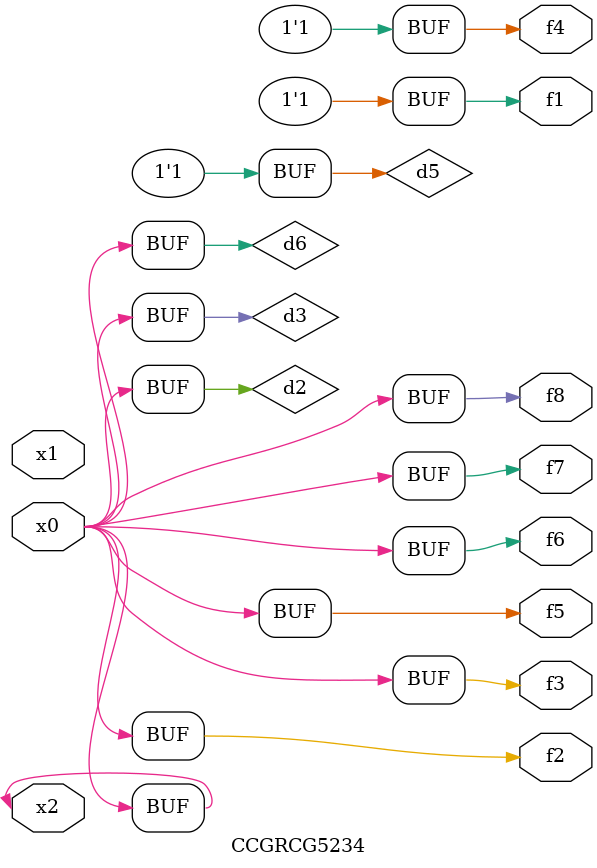
<source format=v>
module CCGRCG5234(
	input x0, x1, x2,
	output f1, f2, f3, f4, f5, f6, f7, f8
);

	wire d1, d2, d3, d4, d5, d6;

	xnor (d1, x2);
	buf (d2, x0, x2);
	and (d3, x0);
	xnor (d4, x1, x2);
	nand (d5, d1, d3);
	buf (d6, d2, d3);
	assign f1 = d5;
	assign f2 = d6;
	assign f3 = d6;
	assign f4 = d5;
	assign f5 = d6;
	assign f6 = d6;
	assign f7 = d6;
	assign f8 = d6;
endmodule

</source>
